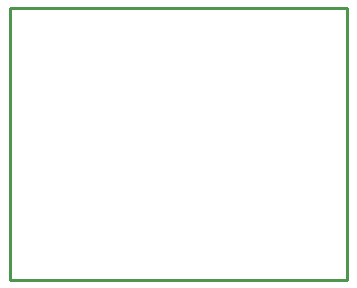
<source format=gm1>
G04*
G04 #@! TF.GenerationSoftware,Altium Limited,Altium Designer,20.2.5 (213)*
G04*
G04 Layer_Color=16711935*
%FSLAX42Y42*%
%MOMM*%
G71*
G04*
G04 #@! TF.SameCoordinates,5B17B380-CB23-49DD-974E-BA9C208B7A42*
G04*
G04*
G04 #@! TF.FilePolarity,Positive*
G04*
G01*
G75*
%ADD12C,0.25*%
D12*
X2540Y3061D02*
X5397D01*
Y5359D01*
X2540D02*
X5397D01*
X2540Y3061D02*
Y5359D01*
Y3061D02*
X5397D01*
Y5359D01*
X2540D02*
X5397D01*
X2540Y3061D02*
Y5359D01*
M02*

</source>
